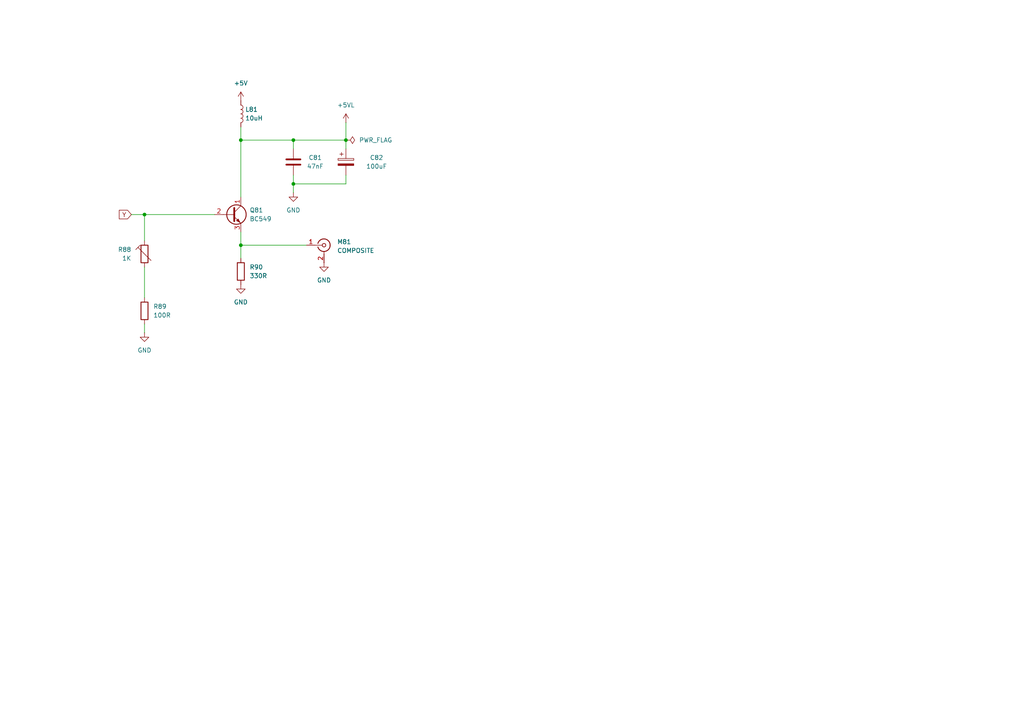
<source format=kicad_sch>
(kicad_sch (version 20250114) (generator "eeschema") (generator_version "9.0")
  (paper "A4")
  (lib_symbols
    (symbol "Connector:Conn_Coaxial" (pin_names (offset 1.016) (hide yes))
      (property "Reference" "J" (at 0.254 3.048 0))
      (property "Value" "Conn_Coaxial" (at 2.921 0 90))
      (symbol "Conn_Coaxial_0_1"
        (polyline (pts (xy -2.54 0) (xy -0.508 0)))
        (arc (start 1.778 0) (mid 0.222 -1.8079) (end -1.778 -0.508) (stroke (width 0.254)))
        (arc (start -1.778 0.508) (mid 0.2221 1.8084) (end 1.778 0) (stroke (width 0.254)))
        (circle (center 0 0) (radius 0.508) (stroke (width 0.2032)))
        (polyline (pts (xy 0 -2.54) (xy 0 -1.778)))
      )
      (symbol "Conn_Coaxial_1_1"
        (pin passive line (at -5.08 0 0) (length 2.54) (name "In") (number "1"))
        (pin passive line (at 0 -5.08 90) (length 2.54) (name "Ext") (number "2"))
      )
    )
    (symbol "Device:C" (pin_numbers (hide yes)) (pin_names (offset 0.254))
      (property "Reference" "C" (at 0.635 2.54 0))
      (property "Value" "C" (at 0.635 -2.54 0))
      (symbol "C_0_1"
        (polyline (pts (xy -2.032 0.762) (xy 2.032 0.762)) (stroke (width 0.508)))
        (polyline (pts (xy -2.032 -0.762) (xy 2.032 -0.762)) (stroke (width 0.508)))
      )
      (symbol "C_1_1"
        (pin passive line (at 0 3.81 270) (length 2.794) (name "~") (number "1"))
        (pin passive line (at 0 -3.81 90) (length 2.794) (name "~") (number "2"))
      )
    )
    (symbol "Device:C_Polarized" (pin_numbers (hide yes)) (pin_names (offset 0.254))
      (property "Reference" "C" (at 0.635 2.54 0))
      (property "Value" "C_Polarized" (at 0.635 -2.54 0))
      (symbol "C_Polarized_0_1"
        (rectangle (start -2.286 0.508) (end 2.286 1.016))
        (polyline (pts (xy -1.778 2.286) (xy -0.762 2.286)))
        (polyline (pts (xy -1.27 2.794) (xy -1.27 1.778)))
        (rectangle (start 2.286 -0.508) (end -2.286 -1.016) (fill (type outline)))
      )
      (symbol "C_Polarized_1_1"
        (pin passive line (at 0 3.81 270) (length 2.794) (name "~") (number "1"))
        (pin passive line (at 0 -3.81 90) (length 2.794) (name "~") (number "2"))
      )
    )
    (symbol "Device:L" (pin_numbers (hide yes)) (pin_names (offset 1.016) (hide yes))
      (property "Reference" "L" (at -1.27 0 90))
      (property "Value" "L" (at 1.905 0 90))
      (symbol "L_0_1"
        (arc (start 0 2.54) (mid 0.6323 1.905) (end 0 1.27))
        (arc (start 0 1.27) (mid 0.6323 0.635) (end 0 0))
        (arc (start 0 0) (mid 0.6323 -0.635) (end 0 -1.27))
        (arc (start 0 -1.27) (mid 0.6323 -1.905) (end 0 -2.54))
      )
      (symbol "L_1_1"
        (pin passive line (at 0 3.81 270) (length 1.27) (name "1") (number "1"))
        (pin passive line (at 0 -3.81 90) (length 1.27) (name "2") (number "2"))
      )
    )
    (symbol "Device:R" (pin_numbers (hide yes)) (pin_names (offset 0))
      (property "Reference" "R" (at 2.032 0 90))
      (property "Value" "R" (at 0 0 90))
      (symbol "R_0_1"
        (rectangle (start -1.016 -2.54) (end 1.016 2.54) (stroke (width 0.254)))
      )
      (symbol "R_1_1"
        (pin passive line (at 0 3.81 270) (length 1.27) (name "~") (number "1"))
        (pin passive line (at 0 -3.81 90) (length 1.27) (name "~") (number "2"))
      )
    )
    (symbol "Device:R_Trim" (pin_numbers (hide yes)) (pin_names (offset 0))
      (property "Reference" "R" (at 2.54 -2.54 90))
      (property "Value" "R_Trim" (at -2.54 -0.635 90))
      (symbol "R_Trim_0_1"
        (polyline (pts (xy -1.905 -1.905) (xy 1.905 1.905) (xy 2.54 1.27) (xy 1.27 2.54)))
        (rectangle (start -1.016 -2.54) (end 1.016 2.54) (stroke (width 0.254)))
      )
      (symbol "R_Trim_1_1"
        (pin passive line (at 0 3.81 270) (length 1.27) (name "~") (number "1"))
        (pin passive line (at 0 -3.81 90) (length 1.27) (name "~") (number "2"))
      )
    )
    (symbol "Transistor_BJT:BC549" (pin_names (offset 0) (hide yes))
      (property "Reference" "Q" (at 5.08 1.905 0))
      (property "Value" "BC549" (at 5.08 0 0))
      (symbol "BC549_0_1"
        (polyline (pts (xy -2.54 0) (xy 0.635 0)))
        (polyline (pts (xy 0.635 1.905) (xy 0.635 -1.905)) (stroke (width 0.508)))
        (circle (center 1.27 0) (radius 2.8194) (stroke (width 0.254)))
      )
      (symbol "BC549_1_1"
        (polyline (pts (xy 0.635 0.635) (xy 2.54 2.54)))
        (polyline (pts (xy 0.635 -0.635) (xy 2.54 -2.54)))
        (polyline (pts (xy 1.27 -1.778) (xy 1.778 -1.27) (xy 2.286 -2.286) (xy 1.27 -1.778)) (fill (type outline)))
        (pin input line (at -5.08 0 0) (length 2.54) (name "B") (number "2"))
        (pin passive line (at 2.54 5.08 270) (length 2.54) (name "C") (number "1"))
        (pin passive line (at 2.54 -5.08 90) (length 2.54) (name "E") (number "3"))
      )
    )
    (symbol "power:+5V" (power) (pin_numbers (hide yes)) (pin_names (offset 0) (hide yes))
      (property "Value" "+5V" (at 0 3.556 0))
      (symbol "+5V_0_1"
        (polyline (pts (xy -0.762 1.27) (xy 0 2.54)))
        (polyline (pts (xy 0 2.54) (xy 0.762 1.27)))
        (polyline (pts (xy 0 0) (xy 0 2.54)))
      )
      (symbol "+5V_1_1"
        (pin power_in line (at 0 0 90) (length 0) (name "~") (number "1"))
      )
    )
    (symbol "power:+5VL" (power) (pin_numbers (hide yes)) (pin_names (offset 0) (hide yes))
      (property "Value" "+5VL" (at 0 3.556 0))
      (symbol "+5VL_0_1"
        (polyline (pts (xy -0.762 1.27) (xy 0 2.54)))
        (polyline (pts (xy 0 2.54) (xy 0.762 1.27)))
        (polyline (pts (xy 0 0) (xy 0 2.54)))
      )
      (symbol "+5VL_1_1"
        (pin power_in line (at 0 0 90) (length 0) (name "~") (number "1"))
      )
    )
    (symbol "power:GND" (power) (pin_numbers (hide yes)) (pin_names (offset 0) (hide yes))
      (property "Value" "GND" (at 0 -3.81 0))
      (symbol "GND_0_1"
        (polyline (pts (xy 0 0) (xy 0 -1.27) (xy 1.27 -1.27) (xy 0 -2.54) (xy -1.27 -1.27) (xy 0 -1.27)))
      )
      (symbol "GND_1_1"
        (pin power_in line (at 0 0 270) (length 0) (name "~") (number "1"))
      )
    )
    (symbol "power:PWR_FLAG" (power) (pin_numbers (hide yes)) (pin_names (offset 0) (hide yes))
      (property "Value" "PWR_FLAG" (at 0 3.81 0))
      (symbol "PWR_FLAG_0_0"
        (pin power_out line (at 0 0 90) (length 0) (name "~") (number "1"))
      )
      (symbol "PWR_FLAG_0_1"
        (polyline (pts (xy 0 0) (xy 0 1.27) (xy -1.016 1.905) (xy 0 2.54) (xy 1.016 1.905) (xy 0 1.27)))
      )
    )
  )
  (junction (at 85.09 40.64))
  (junction (at 69.85 40.64))
  (junction (at 100.33 40.64))
  (junction (at 69.85 71.12))
  (junction (at 85.09 53.34))
  (junction (at 41.91 62.23))
  (wire (pts (xy 100.33 53.34) (xy 85.09 53.34)))
  (wire (pts (xy 41.91 77.47) (xy 41.91 86.36)))
  (wire (pts (xy 100.33 50.8) (xy 100.33 53.34)))
  (wire (pts (xy 41.91 62.23) (xy 41.91 69.85)))
  (wire (pts (xy 69.85 71.12) (xy 88.9 71.12)))
  (wire (pts (xy 41.91 96.52) (xy 41.91 93.98)))
  (wire (pts (xy 69.85 40.64) (xy 69.85 57.15)))
  (wire (pts (xy 100.33 35.56) (xy 100.33 40.64)))
  (wire (pts (xy 69.85 40.64) (xy 85.09 40.64)))
  (wire (pts (xy 100.33 40.64) (xy 85.09 40.64)))
  (wire (pts (xy 100.33 43.18) (xy 100.33 40.64)))
  (wire (pts (xy 69.85 67.31) (xy 69.85 71.12)))
  (wire (pts (xy 41.91 62.23) (xy 62.23 62.23)))
  (wire (pts (xy 69.85 36.83) (xy 69.85 40.64)))
  (wire (pts (xy 38.1 62.23) (xy 41.91 62.23)))
  (wire (pts (xy 85.09 53.34) (xy 85.09 50.8)))
  (wire (pts (xy 69.85 71.12) (xy 69.85 74.93)))
  (wire (pts (xy 85.09 55.88) (xy 85.09 53.34)))
  (wire (pts (xy 85.09 40.64) (xy 85.09 43.18)))
  (global_label "Y" (shape input) (at 38.1 62.23 180) (property "Intersheetrefs" "${INTERSHEET_REFS}" (effects (hide yes))))
  (symbol (lib_id "Connector:Conn_Coaxial") (at 93.98 71.12 0) (unit 1)
    (property "Reference" "M81" (at 97.79 70.1431 0) (effects (justify left)))
    (property "Value" "COMPOSITE" (at 97.79 72.6831 0) (effects (justify left)))
    (property "Footprint" "Einstein:RCA" (effects (hide yes)))
    (property "Description" "coaxial connector (BNC, SMA, SMB, SMC, Cinch/RCA, LEMO, ...)" (effects (hide yes)))
  )
  (symbol (lib_id "power:GND") (at 93.98 76.2 0) (unit 1)
    (property "Reference" "#PWR0228" (effects (hide yes)))
    (property "Value" "GND" (at 93.98 81.28 0))
    (property "Description" "Power symbol creates a global label with name \"GND\" , ground" (effects (hide yes)))
  )
  (symbol (lib_id "Transistor_BJT:BC549") (at 67.31 62.23 0) (unit 1)
    (property "Reference" "Q81" (at 72.39 60.9599 0) (effects (justify left)))
    (property "Value" "BC549" (at 72.39 63.4999 0) (effects (justify left)))
    (property "Footprint" "Einstein:Transistor - Box 1 (Leg Rear)" (effects (hide yes)))
    (property "Datasheet" "https://www.onsemi.com/pub/Collateral/BC550-D.pdf" (effects (hide yes)))
    (property "Description" "0.1A Ic, 30V Vce, Small Signal NPN Transistor, TO-92" (effects (hide yes)))
  )
  (symbol (lib_id "power:PWR_FLAG") (at 100.33 40.64 270) (unit 1)
    (property "Reference" "#FLG02" (effects (hide yes)))
    (property "Value" "PWR_FLAG" (at 104.14 40.6399 90) (effects (justify left)))
    (property "Description" "Special symbol for telling ERC where power comes from" (effects (hide yes)))
  )
  (symbol (lib_id "power:GND") (at 85.09 55.88 0) (unit 1)
    (property "Reference" "#PWR0106" (effects (hide yes)))
    (property "Value" "GND" (at 85.09 60.96 0))
    (property "Description" "Power symbol creates a global label with name \"GND\" , ground" (effects (hide yes)))
  )
  (symbol (lib_id "power:+5V") (at 69.85 29.21 0) (unit 1)
    (property "Reference" "#PWR0192" (effects (hide yes)))
    (property "Value" "+5V" (at 69.85 24.13 0))
    (property "Description" "Power symbol creates a global label with name \"+5V\"" (effects (hide yes)))
  )
  (symbol (lib_id "Device:R") (at 69.85 78.74 0) (unit 1)
    (property "Reference" "R90" (at 72.39 77.4699 0) (effects (justify left)))
    (property "Value" "330R" (at 72.39 80.0099 0) (effects (justify left)))
    (property "Footprint" "Einstein:Resistor 10.16mm" (effects (hide yes)))
    (property "Description" "Resistor" (effects (hide yes)))
  )
  (symbol (lib_id "Device:R") (at 41.91 90.17 0) (unit 1)
    (property "Reference" "R89" (at 44.45 88.8999 0) (effects (justify left)))
    (property "Value" "100R" (at 44.45 91.4399 0) (effects (justify left)))
    (property "Footprint" "Einstein:Resistor 10.16mm" (effects (hide yes)))
    (property "Description" "Resistor" (effects (hide yes)))
  )
  (symbol (lib_id "power:GND") (at 69.85 82.55 0) (unit 1)
    (property "Reference" "#PWR0193" (effects (hide yes)))
    (property "Value" "GND" (at 69.85 87.63 0))
    (property "Description" "Power symbol creates a global label with name \"GND\" , ground" (effects (hide yes)))
  )
  (symbol (lib_id "Device:C_Polarized") (at 100.33 46.99 0) (unit 1)
    (property "Reference" "C82" (at 109.22 45.72 0))
    (property "Value" "100uF" (at 109.22 48.26 0))
    (property "Footprint" "Einstein:Elec_2.5mm - Box" (effects (hide yes)))
    (property "Description" "Polarized capacitor" (effects (hide yes)))
  )
  (symbol (lib_id "power:+5VL") (at 100.33 35.56 0) (unit 1)
    (property "Reference" "#PWR0124" (effects (hide yes)))
    (property "Value" "+5VL" (at 100.33 30.48 0))
    (property "Description" "Power symbol creates a global label with name \"+5VL\"" (effects (hide yes)))
  )
  (symbol (lib_id "Device:L") (at 69.85 33.02 0) (unit 1)
    (property "Reference" "L81" (at 71.12 31.7499 0) (effects (justify left)))
    (property "Value" "10uH" (at 71.12 34.2899 0) (effects (justify left)))
    (property "Footprint" "Einstein:Resistor 12.70mm" (effects (hide yes)))
    (property "Description" "Inductor" (effects (hide yes)))
  )
  (symbol (lib_id "Device:C") (at 85.09 46.99 0) (unit 1)
    (property "Reference" "C81" (at 91.44 45.72 0))
    (property "Value" "47nF" (at 91.44 48.26 0))
    (property "Footprint" "Einstein:C_Disc_5.08mm" (effects (hide yes)))
    (property "Description" "Unpolarized capacitor" (effects (hide yes)))
  )
  (symbol (lib_id "power:GND") (at 41.91 96.52 0) (unit 1)
    (property "Reference" "#PWR0191" (effects (hide yes)))
    (property "Value" "GND" (at 41.91 101.6 0))
    (property "Description" "Power symbol creates a global label with name \"GND\" , ground" (effects (hide yes)))
  )
  (symbol (lib_id "Device:R_Trim") (at 41.91 73.66 0) (mirror y) (unit 1)
    (property "Reference" "R88" (at 38.1 72.3899 0) (effects (justify left)))
    (property "Value" "1K" (at 38.1 74.9299 0) (effects (justify left)))
    (property "Footprint" "Einstein:Pot Straight" (effects (hide yes)))
    (property "Description" "Trimmable resistor (preset resistor)" (effects (hide yes)))
  )
)
</source>
